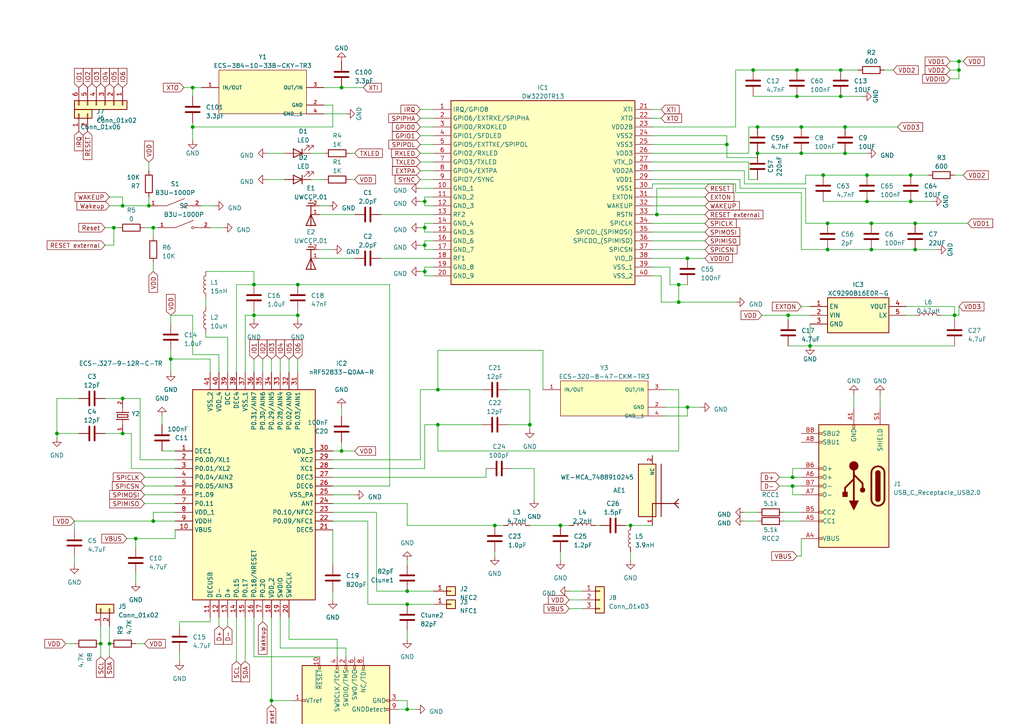
<source format=kicad_sch>
(kicad_sch (version 20230121) (generator eeschema)
  (paper "A4")
  (junction (at 252.73 64.77))
  (junction (at 240.03 72.39))
  (junction (at 123.19 78.74))
  (junction (at 251.46 50.8))
  (junction (at 231.14 20.32))
  (junction (at 99.06 25.4))
  (junction (at 218.44 20.32))
  (junction (at 44.45 151.13))
  (junction (at 35.56 115.57))
  (junction (at 199.39 74.93))
  (junction (at 245.11 44.45))
  (junction (at 265.43 64.77))
  (junction (at 234.95 100.33))
  (junction (at 43.18 59.69))
  (junction (at 35.56 125.73))
  (junction (at 229.87 138.43))
  (junction (at 231.14 27.94))
  (junction (at 243.84 20.32))
  (junction (at 252.73 72.39))
  (junction (at 245.11 36.83))
  (junction (at 118.11 175.26))
  (junction (at 143.51 152.4))
  (junction (at 99.06 130.81))
  (junction (at 264.16 58.42))
  (junction (at 196.85 82.55))
  (junction (at 123.19 71.12))
  (junction (at 55.88 36.83))
  (junction (at 118.11 205.74))
  (junction (at 210.82 41.91))
  (junction (at 162.56 152.4))
  (junction (at 31.75 186.69))
  (junction (at 251.46 58.42))
  (junction (at 35.56 59.69))
  (junction (at 86.36 82.55))
  (junction (at 190.5 62.23))
  (junction (at 199.39 118.11))
  (junction (at 219.71 44.45))
  (junction (at 29.21 186.69))
  (junction (at 265.43 72.39))
  (junction (at 153.67 123.19))
  (junction (at 33.02 66.04))
  (junction (at 240.03 64.77))
  (junction (at 78.74 203.2))
  (junction (at 278.13 20.32))
  (junction (at 243.84 27.94))
  (junction (at 276.86 91.44))
  (junction (at 55.88 25.4))
  (junction (at 16.51 125.73))
  (junction (at 127 123.19))
  (junction (at 39.37 156.21))
  (junction (at 229.87 140.97))
  (junction (at 86.36 91.44))
  (junction (at 264.16 50.8))
  (junction (at 127 113.03))
  (junction (at 73.66 82.55))
  (junction (at 238.76 50.8))
  (junction (at 228.6 91.44))
  (junction (at 232.41 36.83))
  (junction (at 278.13 17.78))
  (junction (at 196.85 87.63))
  (junction (at 73.66 91.44))
  (junction (at 123.19 58.42))
  (junction (at 123.19 66.04))
  (junction (at 219.71 36.83))
  (junction (at 49.53 104.14))
  (junction (at 182.88 152.4))
  (junction (at 44.45 66.04))
  (junction (at 118.11 171.45))
  (junction (at 232.41 44.45))
  (wire (pts (xy 228.6 100.33) (xy 234.95 100.33)))
  (wire (pts (xy 118.11 182.88) (xy 118.11 185.42)))
  (wire (pts (xy 191.77 80.01) (xy 191.77 87.63)))
  (wire (pts (xy 232.41 55.88) (xy 232.41 72.39)))
  (wire (pts (xy 229.87 140.97) (xy 229.87 143.51)))
  (wire (pts (xy 172.72 152.4) (xy 173.99 152.4)))
  (wire (pts (xy 121.92 36.83) (xy 125.73 36.83)))
  (wire (pts (xy 214.63 54.61) (xy 214.63 52.07)))
  (wire (pts (xy 125.73 72.39) (xy 123.19 72.39)))
  (wire (pts (xy 123.19 77.47) (xy 123.19 78.74)))
  (wire (pts (xy 21.59 151.13) (xy 21.59 153.67)))
  (wire (pts (xy 99.06 130.81) (xy 102.87 130.81)))
  (wire (pts (xy 191.77 87.63) (xy 196.85 87.63)))
  (wire (pts (xy 39.37 158.75) (xy 39.37 156.21)))
  (wire (pts (xy 121.92 41.91) (xy 125.73 41.91)))
  (wire (pts (xy 96.52 138.43) (xy 140.97 138.43)))
  (wire (pts (xy 115.57 203.2) (xy 118.11 203.2)))
  (wire (pts (xy 63.5 179.07) (xy 63.5 181.61)))
  (wire (pts (xy 153.67 113.03) (xy 153.67 123.19)))
  (wire (pts (xy 213.36 53.34) (xy 213.36 55.88)))
  (wire (pts (xy 125.73 80.01) (xy 123.19 80.01)))
  (wire (pts (xy 265.43 64.77) (xy 280.67 64.77)))
  (wire (pts (xy 78.74 203.2) (xy 85.09 203.2)))
  (wire (pts (xy 63.5 102.87) (xy 55.88 102.87)))
  (wire (pts (xy 81.28 104.14) (xy 81.28 107.95)))
  (wire (pts (xy 50.8 156.21) (xy 39.37 156.21)))
  (wire (pts (xy 100.33 187.96) (xy 100.33 190.5)))
  (wire (pts (xy 50.8 135.89) (xy 38.1 135.89)))
  (wire (pts (xy 199.39 120.65) (xy 199.39 118.11)))
  (wire (pts (xy 153.67 123.19) (xy 153.67 124.46)))
  (wire (pts (xy 196.85 130.81) (xy 127 130.81)))
  (wire (pts (xy 276.86 88.9) (xy 276.86 91.44)))
  (wire (pts (xy 232.41 36.83) (xy 245.11 36.83)))
  (wire (pts (xy 233.68 64.77) (xy 233.68 54.61)))
  (wire (pts (xy 153.67 152.4) (xy 162.56 152.4)))
  (wire (pts (xy 232.41 135.89) (xy 229.87 135.89)))
  (wire (pts (xy 232.41 143.51) (xy 229.87 143.51)))
  (wire (pts (xy 226.06 138.43) (xy 229.87 138.43)))
  (wire (pts (xy 31.75 186.69) (xy 31.75 190.5)))
  (wire (pts (xy 44.45 151.13) (xy 21.59 151.13)))
  (wire (pts (xy 217.17 52.07) (xy 219.71 52.07)))
  (wire (pts (xy 229.87 135.89) (xy 229.87 138.43)))
  (wire (pts (xy 49.53 91.44) (xy 49.53 93.98)))
  (wire (pts (xy 92.71 72.39) (xy 96.52 72.39)))
  (wire (pts (xy 125.73 57.15) (xy 123.19 57.15)))
  (wire (pts (xy 215.9 49.53) (xy 215.9 53.34)))
  (wire (pts (xy 44.45 66.04) (xy 44.45 68.58)))
  (wire (pts (xy 96.52 148.59) (xy 109.22 148.59)))
  (wire (pts (xy 214.63 52.07) (xy 189.23 52.07)))
  (wire (pts (xy 143.51 152.4) (xy 146.05 152.4)))
  (wire (pts (xy 30.48 125.73) (xy 35.56 125.73)))
  (wire (pts (xy 210.82 39.37) (xy 210.82 41.91)))
  (wire (pts (xy 97.79 185.42) (xy 83.82 185.42)))
  (wire (pts (xy 127 113.03) (xy 139.7 113.03)))
  (wire (pts (xy 68.58 107.95) (xy 68.58 82.55)))
  (wire (pts (xy 76.2 104.14) (xy 76.2 107.95)))
  (wire (pts (xy 43.18 59.69) (xy 43.18 57.15)))
  (wire (pts (xy 213.36 36.83) (xy 213.36 20.32)))
  (wire (pts (xy 121.92 44.45) (xy 125.73 44.45)))
  (wire (pts (xy 190.5 54.61) (xy 190.5 62.23)))
  (wire (pts (xy 46.99 120.65) (xy 46.99 123.19)))
  (wire (pts (xy 90.17 44.45) (xy 93.98 44.45)))
  (wire (pts (xy 162.56 152.4) (xy 165.1 152.4)))
  (wire (pts (xy 31.75 59.69) (xy 35.56 59.69)))
  (wire (pts (xy 147.32 113.03) (xy 153.67 113.03)))
  (wire (pts (xy 262.89 91.44) (xy 265.43 91.44)))
  (wire (pts (xy 213.36 55.88) (xy 232.41 55.88)))
  (wire (pts (xy 118.11 163.83) (xy 118.11 162.56)))
  (wire (pts (xy 33.02 71.12) (xy 33.02 66.04)))
  (wire (pts (xy 123.19 67.31) (xy 123.19 66.04)))
  (wire (pts (xy 227.33 148.59) (xy 232.41 148.59)))
  (wire (pts (xy 44.45 76.2) (xy 44.45 78.74)))
  (wire (pts (xy 190.5 62.23) (xy 204.47 62.23)))
  (wire (pts (xy 38.1 125.73) (xy 35.56 125.73)))
  (wire (pts (xy 110.49 74.93) (xy 125.73 74.93)))
  (wire (pts (xy 189.23 34.29) (xy 191.77 34.29)))
  (wire (pts (xy 99.06 118.11) (xy 99.06 120.65)))
  (wire (pts (xy 182.88 152.4) (xy 189.23 152.4)))
  (wire (pts (xy 96.52 30.48) (xy 93.98 30.48)))
  (wire (pts (xy 41.91 140.97) (xy 50.8 140.97)))
  (wire (pts (xy 19.05 186.69) (xy 21.59 186.69)))
  (wire (pts (xy 50.8 156.21) (xy 50.8 153.67)))
  (wire (pts (xy 226.06 140.97) (xy 229.87 140.97)))
  (wire (pts (xy 121.92 133.35) (xy 121.92 113.03)))
  (wire (pts (xy 127 101.6) (xy 127 113.03)))
  (wire (pts (xy 71.12 107.95) (xy 71.12 91.44)))
  (wire (pts (xy 30.48 66.04) (xy 33.02 66.04)))
  (wire (pts (xy 234.95 100.33) (xy 276.86 100.33)))
  (wire (pts (xy 181.61 152.4) (xy 182.88 152.4)))
  (wire (pts (xy 215.9 148.59) (xy 219.71 148.59)))
  (wire (pts (xy 121.92 49.53) (xy 125.73 49.53)))
  (wire (pts (xy 121.92 39.37) (xy 125.73 39.37)))
  (wire (pts (xy 232.41 88.9) (xy 234.95 88.9)))
  (wire (pts (xy 96.52 140.97) (xy 113.03 140.97)))
  (wire (pts (xy 189.23 31.75) (xy 191.77 31.75)))
  (wire (pts (xy 238.76 58.42) (xy 251.46 58.42)))
  (wire (pts (xy 233.68 53.34) (xy 233.68 50.8)))
  (wire (pts (xy 113.03 140.97) (xy 113.03 82.55)))
  (wire (pts (xy 189.23 62.23) (xy 190.5 62.23)))
  (wire (pts (xy 256.54 20.32) (xy 259.08 20.32)))
  (wire (pts (xy 121.92 54.61) (xy 125.73 54.61)))
  (wire (pts (xy 52.07 180.34) (xy 52.07 181.61)))
  (wire (pts (xy 106.68 151.13) (xy 106.68 175.26)))
  (wire (pts (xy 73.66 91.44) (xy 86.36 91.44)))
  (wire (pts (xy 55.88 91.44) (xy 49.53 91.44)))
  (wire (pts (xy 40.64 115.57) (xy 35.56 115.57)))
  (wire (pts (xy 96.52 36.83) (xy 55.88 36.83)))
  (wire (pts (xy 143.51 160.02) (xy 143.51 161.29)))
  (wire (pts (xy 243.84 20.32) (xy 248.92 20.32)))
  (wire (pts (xy 234.95 91.44) (xy 228.6 91.44)))
  (wire (pts (xy 83.82 185.42) (xy 83.82 179.07)))
  (wire (pts (xy 240.03 64.77) (xy 252.73 64.77)))
  (wire (pts (xy 215.9 151.13) (xy 219.71 151.13)))
  (wire (pts (xy 234.95 100.33) (xy 234.95 93.98)))
  (wire (pts (xy 240.03 72.39) (xy 252.73 72.39)))
  (wire (pts (xy 121.92 31.75) (xy 125.73 31.75)))
  (wire (pts (xy 16.51 115.57) (xy 16.51 125.73)))
  (wire (pts (xy 50.8 133.35) (xy 40.64 133.35)))
  (wire (pts (xy 123.19 59.69) (xy 123.19 58.42)))
  (wire (pts (xy 46.99 130.81) (xy 50.8 130.81)))
  (wire (pts (xy 81.28 179.07) (xy 81.28 187.96)))
  (wire (pts (xy 118.11 171.45) (xy 125.73 171.45)))
  (wire (pts (xy 73.66 179.07) (xy 73.66 190.5)))
  (wire (pts (xy 210.82 45.72) (xy 219.71 45.72)))
  (wire (pts (xy 96.52 153.67) (xy 96.52 163.83)))
  (wire (pts (xy 189.23 49.53) (xy 215.9 49.53)))
  (wire (pts (xy 86.36 90.17) (xy 86.36 91.44)))
  (wire (pts (xy 147.32 123.19) (xy 153.67 123.19)))
  (wire (pts (xy 60.96 180.34) (xy 52.07 180.34)))
  (wire (pts (xy 73.66 82.55) (xy 86.36 82.55)))
  (wire (pts (xy 39.37 156.21) (xy 36.83 156.21)))
  (wire (pts (xy 41.91 143.51) (xy 50.8 143.51)))
  (wire (pts (xy 189.23 41.91) (xy 210.82 41.91)))
  (wire (pts (xy 189.23 67.31) (xy 204.47 67.31)))
  (wire (pts (xy 217.17 36.83) (xy 219.71 36.83)))
  (wire (pts (xy 204.47 54.61) (xy 190.5 54.61)))
  (wire (pts (xy 245.11 36.83) (xy 260.35 36.83)))
  (wire (pts (xy 49.53 101.6) (xy 49.53 104.14)))
  (wire (pts (xy 55.88 25.4) (xy 58.42 25.4)))
  (wire (pts (xy 264.16 50.8) (xy 269.24 50.8)))
  (wire (pts (xy 123.19 66.04) (xy 121.92 66.04)))
  (wire (pts (xy 255.27 114.3) (xy 255.27 118.11)))
  (wire (pts (xy 96.52 151.13) (xy 106.68 151.13)))
  (wire (pts (xy 252.73 64.77) (xy 265.43 64.77)))
  (wire (pts (xy 118.11 203.2) (xy 118.11 205.74)))
  (wire (pts (xy 29.21 186.69) (xy 29.21 190.5)))
  (wire (pts (xy 220.98 91.44) (xy 228.6 91.44)))
  (wire (pts (xy 109.22 148.59) (xy 109.22 171.45)))
  (wire (pts (xy 121.92 52.07) (xy 125.73 52.07)))
  (wire (pts (xy 21.59 161.29) (xy 21.59 163.83)))
  (wire (pts (xy 157.48 113.03) (xy 157.48 101.6)))
  (wire (pts (xy 189.23 72.39) (xy 204.47 72.39)))
  (wire (pts (xy 83.82 104.14) (xy 83.82 107.95)))
  (wire (pts (xy 275.59 17.78) (xy 278.13 17.78)))
  (wire (pts (xy 189.23 59.69) (xy 204.47 59.69)))
  (wire (pts (xy 35.56 57.15) (xy 35.56 59.69)))
  (wire (pts (xy 219.71 45.72) (xy 219.71 44.45)))
  (wire (pts (xy 232.41 72.39) (xy 240.03 72.39)))
  (wire (pts (xy 73.66 90.17) (xy 73.66 91.44)))
  (wire (pts (xy 86.36 91.44) (xy 86.36 92.71)))
  (wire (pts (xy 66.04 107.95) (xy 66.04 97.79)))
  (wire (pts (xy 96.52 133.35) (xy 121.92 133.35)))
  (wire (pts (xy 110.49 62.23) (xy 125.73 62.23)))
  (wire (pts (xy 231.14 20.32) (xy 243.84 20.32)))
  (wire (pts (xy 157.48 101.6) (xy 127 101.6)))
  (wire (pts (xy 29.21 181.61) (xy 29.21 186.69)))
  (wire (pts (xy 73.66 190.5) (xy 92.71 190.5)))
  (wire (pts (xy 77.47 52.07) (xy 82.55 52.07)))
  (wire (pts (xy 228.6 91.44) (xy 228.6 92.71)))
  (wire (pts (xy 232.41 140.97) (xy 229.87 140.97)))
  (wire (pts (xy 55.88 36.83) (xy 55.88 35.56)))
  (wire (pts (xy 247.65 114.3) (xy 247.65 118.11)))
  (wire (pts (xy 55.88 102.87) (xy 55.88 91.44)))
  (wire (pts (xy 231.14 161.29) (xy 232.41 161.29)))
  (wire (pts (xy 73.66 104.14) (xy 73.66 107.95)))
  (wire (pts (xy 218.44 27.94) (xy 231.14 27.94)))
  (wire (pts (xy 66.04 97.79) (xy 59.69 97.79)))
  (wire (pts (xy 276.86 50.8) (xy 279.4 50.8)))
  (wire (pts (xy 275.59 20.32) (xy 278.13 20.32)))
  (wire (pts (xy 213.36 20.32) (xy 218.44 20.32)))
  (wire (pts (xy 276.86 91.44) (xy 278.13 91.44)))
  (wire (pts (xy 96.52 130.81) (xy 99.06 130.81)))
  (wire (pts (xy 113.03 82.55) (xy 86.36 82.55)))
  (wire (pts (xy 86.36 104.14) (xy 86.36 107.95)))
  (wire (pts (xy 44.45 66.04) (xy 45.72 66.04)))
  (wire (pts (xy 121.92 113.03) (xy 127 113.03)))
  (wire (pts (xy 125.73 59.69) (xy 123.19 59.69)))
  (wire (pts (xy 238.76 50.8) (xy 251.46 50.8)))
  (wire (pts (xy 245.11 44.45) (xy 251.46 44.45)))
  (wire (pts (xy 193.04 120.65) (xy 199.39 120.65)))
  (wire (pts (xy 78.74 104.14) (xy 78.74 107.95)))
  (wire (pts (xy 199.39 74.93) (xy 204.47 74.93)))
  (wire (pts (xy 59.69 97.79) (xy 59.69 96.52)))
  (wire (pts (xy 232.41 161.29) (xy 232.41 156.21)))
  (wire (pts (xy 59.69 86.36) (xy 59.69 88.9)))
  (wire (pts (xy 81.28 187.96) (xy 100.33 187.96)))
  (wire (pts (xy 123.19 123.19) (xy 127 123.19)))
  (wire (pts (xy 39.37 186.69) (xy 41.91 186.69)))
  (wire (pts (xy 73.66 91.44) (xy 73.66 92.71)))
  (wire (pts (xy 49.53 104.14) (xy 49.53 107.95)))
  (wire (pts (xy 22.86 115.57) (xy 16.51 115.57)))
  (wire (pts (xy 189.23 54.61) (xy 189.23 53.34)))
  (wire (pts (xy 50.8 148.59) (xy 44.45 148.59)))
  (wire (pts (xy 215.9 53.34) (xy 233.68 53.34)))
  (wire (pts (xy 41.91 146.05) (xy 50.8 146.05)))
  (wire (pts (xy 60.96 66.04) (xy 64.77 66.04)))
  (wire (pts (xy 90.17 52.07) (xy 93.98 52.07)))
  (wire (pts (xy 93.98 25.4) (xy 99.06 25.4)))
  (wire (pts (xy 68.58 82.55) (xy 73.66 82.55)))
  (wire (pts (xy 219.71 36.83) (xy 232.41 36.83)))
  (wire (pts (xy 118.11 146.05) (xy 118.11 152.4)))
  (wire (pts (xy 41.91 66.04) (xy 44.45 66.04)))
  (wire (pts (xy 251.46 58.42) (xy 264.16 58.42)))
  (wire (pts (xy 127 130.81) (xy 127 123.19)))
  (wire (pts (xy 165.1 173.99) (xy 168.91 173.99)))
  (wire (pts (xy 118.11 152.4) (xy 143.51 152.4)))
  (wire (pts (xy 210.82 41.91) (xy 210.82 45.72)))
  (wire (pts (xy 165.1 176.53) (xy 168.91 176.53)))
  (wire (pts (xy 189.23 77.47) (xy 194.31 77.47)))
  (wire (pts (xy 31.75 57.15) (xy 35.56 57.15)))
  (wire (pts (xy 106.68 175.26) (xy 118.11 175.26)))
  (wire (pts (xy 59.69 78.74) (xy 73.66 78.74)))
  (wire (pts (xy 41.91 138.43) (xy 50.8 138.43)))
  (wire (pts (xy 217.17 46.99) (xy 217.17 52.07)))
  (wire (pts (xy 125.73 67.31) (xy 123.19 67.31)))
  (wire (pts (xy 121.92 46.99) (xy 125.73 46.99)))
  (wire (pts (xy 196.85 113.03) (xy 196.85 130.81)))
  (wire (pts (xy 148.59 135.89) (xy 154.94 135.89)))
  (wire (pts (xy 233.68 50.8) (xy 238.76 50.8)))
  (wire (pts (xy 63.5 107.95) (xy 63.5 102.87)))
  (wire (pts (xy 165.1 171.45) (xy 168.91 171.45)))
  (wire (pts (xy 123.19 69.85) (xy 123.19 71.12)))
  (wire (pts (xy 262.89 88.9) (xy 276.86 88.9)))
  (wire (pts (xy 60.96 107.95) (xy 60.96 104.14)))
  (wire (pts (xy 189.23 74.93) (xy 199.39 74.93)))
  (wire (pts (xy 31.75 181.61) (xy 31.75 186.69)))
  (wire (pts (xy 16.51 125.73) (xy 16.51 127)))
  (wire (pts (xy 78.74 179.07) (xy 78.74 203.2)))
  (wire (pts (xy 96.52 143.51) (xy 102.87 143.51)))
  (wire (pts (xy 196.85 82.55) (xy 199.39 82.55)))
  (wire (pts (xy 264.16 58.42) (xy 270.51 58.42)))
  (wire (pts (xy 123.19 135.89) (xy 123.19 123.19)))
  (wire (pts (xy 66.04 179.07) (xy 66.04 181.61)))
  (wire (pts (xy 276.86 91.44) (xy 276.86 92.71)))
  (wire (pts (xy 189.23 57.15) (xy 204.47 57.15)))
  (wire (pts (xy 101.6 44.45) (xy 102.87 44.45)))
  (wire (pts (xy 101.6 52.07) (xy 102.87 52.07)))
  (wire (pts (xy 92.71 74.93) (xy 102.87 74.93)))
  (wire (pts (xy 96.52 30.48) (xy 96.52 36.83)))
  (wire (pts (xy 50.8 151.13) (xy 44.45 151.13)))
  (wire (pts (xy 118.11 205.74) (xy 120.65 205.74)))
  (wire (pts (xy 53.34 25.4) (xy 55.88 25.4)))
  (wire (pts (xy 58.42 59.69) (xy 62.23 59.69)))
  (wire (pts (xy 99.06 25.4) (xy 105.41 25.4)))
  (wire (pts (xy 189.23 44.45) (xy 217.17 44.45)))
  (wire (pts (xy 71.12 179.07) (xy 71.12 191.77)))
  (wire (pts (xy 115.57 205.74) (xy 118.11 205.74)))
  (wire (pts (xy 189.23 53.34) (xy 213.36 53.34)))
  (wire (pts (xy 199.39 118.11) (xy 203.2 118.11)))
  (wire (pts (xy 233.68 54.61) (xy 214.63 54.61)))
  (wire (pts (xy 55.88 36.83) (xy 55.88 40.64)))
  (wire (pts (xy 219.71 44.45) (xy 232.41 44.45)))
  (wire (pts (xy 76.2 179.07) (xy 76.2 180.34)))
  (wire (pts (xy 77.47 44.45) (xy 82.55 44.45)))
  (wire (pts (xy 265.43 72.39) (xy 271.78 72.39)))
  (wire (pts (xy 275.59 22.86) (xy 278.13 22.86)))
  (wire (pts (xy 218.44 20.32) (xy 231.14 20.32)))
  (wire (pts (xy 40.64 133.35) (xy 40.64 115.57)))
  (wire (pts (xy 231.14 27.94) (xy 243.84 27.94)))
  (wire (pts (xy 232.41 44.45) (xy 245.11 44.45)))
  (wire (pts (xy 233.68 64.77) (xy 240.03 64.77)))
  (wire (pts (xy 123.19 71.12) (xy 121.92 71.12)))
  (wire (pts (xy 30.48 71.12) (xy 33.02 71.12)))
  (wire (pts (xy 278.13 91.44) (xy 278.13 88.9)))
  (wire (pts (xy 278.13 17.78) (xy 279.4 17.78)))
  (wire (pts (xy 194.31 82.55) (xy 196.85 82.55)))
  (wire (pts (xy 193.04 118.11) (xy 199.39 118.11)))
  (wire (pts (xy 243.84 27.94) (xy 250.19 27.94)))
  (wire (pts (xy 35.56 59.69) (xy 43.18 59.69)))
  (wire (pts (xy 125.73 64.77) (xy 123.19 64.77)))
  (wire (pts (xy 251.46 50.8) (xy 264.16 50.8)))
  (wire (pts (xy 232.41 138.43) (xy 229.87 138.43)))
  (wire (pts (xy 121.92 34.29) (xy 125.73 34.29)))
  (wire (pts (xy 43.18 49.53) (xy 43.18 46.99)))
  (wire (pts (xy 273.05 91.44) (xy 276.86 91.44)))
  (wire (pts (xy 162.56 160.02) (xy 162.56 162.56)))
  (wire (pts (xy 196.85 82.55) (xy 196.85 87.63)))
  (wire (pts (xy 22.86 125.73) (xy 16.51 125.73)))
  (wire (pts (xy 92.71 59.69) (xy 95.25 59.69)))
  (wire (pts (xy 71.12 91.44) (xy 73.66 91.44)))
  (wire (pts (xy 92.71 62.23) (xy 102.87 62.23)))
  (wire (pts (xy 60.96 104.14) (xy 49.53 104.14)))
  (wire (pts (xy 125.73 69.85) (xy 123.19 69.85)))
  (wire (pts (xy 194.31 77.47) (xy 194.31 82.55)))
  (wire (pts (xy 193.04 113.03) (xy 196.85 113.03)))
  (wire (pts (xy 189.23 36.83) (xy 213.36 36.83)))
  (wire (pts (xy 189.23 69.85) (xy 204.47 69.85)))
  (wire (pts (xy 99.06 128.27) (xy 99.06 130.81)))
  (wire (pts (xy 123.19 72.39) (xy 123.19 71.12)))
  (wire (pts (xy 96.52 171.45) (xy 96.52 173.99)))
  (wire (pts (xy 123.19 78.74) (xy 121.92 78.74)))
  (wire (pts (xy 196.85 87.63) (xy 213.36 87.63)))
  (wire (pts (xy 123.19 80.01) (xy 123.19 78.74)))
  (wire (pts (xy 97.79 190.5) (xy 97.79 185.42)))
  (wire (pts (xy 33.02 66.04) (xy 34.29 66.04)))
  (wire (pts (xy 125.73 77.47) (xy 123.19 77.47)))
  (wire (pts (xy 109.22 171.45) (xy 118.11 171.45)))
  (wire (pts (xy 182.88 160.02) (xy 182.88 162.56)))
  (wire (pts (xy 278.13 22.86) (xy 278.13 20.32)))
  (wire (pts (xy 189.23 39.37) (xy 210.82 39.37)))
  (wire (pts (xy 189.23 46.99) (xy 217.17 46.99)))
  (wire (pts (xy 78.74 203.2) (xy 78.74 204.47)))
  (wire (pts (xy 154.94 135.89) (xy 154.94 144.78)))
  (wire (pts (xy 123.19 58.42) (xy 121.92 58.42)))
  (wire (pts (xy 60.96 179.07) (xy 60.96 180.34)))
  (wire (pts (xy 55.88 25.4) (xy 55.88 27.94)))
  (wire (pts (xy 93.98 33.02) (xy 100.33 33.02)))
  (wire (pts (xy 73.66 78.74) (xy 73.66 82.55)))
  (wire (pts (xy 68.58 179.07) (xy 68.58 191.77)))
  (wire (pts (xy 118.11 175.26) (xy 125.73 175.26)))
  (wire (pts (xy 30.48 115.57) (xy 35.56 115.57)))
  (wire (pts (xy 189.23 80.01) (xy 191.77 80.01)))
  (wire (pts (xy 217.17 44.45) (xy 217.17 36.83)))
  (wire (pts (xy 96.52 146.05) (xy 118.11 146.05)))
  (wire (pts (xy 123.19 57.15) (xy 123.19 58.42)))
  (wire (pts (xy 123.19 64.77) (xy 123.19 66.04)))
  (wire (pts (xy 227.33 151.13) (xy 232.41 151.13)))
  (wire (pts (xy 96.52 135.89) (xy 123.19 135.89)))
  (wire (pts (xy 52.07 189.23) (xy 52.07 191.77)))
  (wire (pts (xy 127 123.19) (xy 139.7 123.19)))
  (wire (pts (xy 278.13 20.32) (xy 278.13 17.78)))
  (wire (pts (xy 252.73 72.39) (xy 265.43 72.39)))
  (wire (pts (xy 38.1 135.89) (xy 38.1 125.73)))
  (wire (pts (xy 140.97 138.43) (xy 140.97 135.89)))
  (wire (pts (xy 39.37 166.37) (xy 39.37 168.91)))
  (wire (pts (xy 44.45 148.59) (xy 44.45 151.13)))
  (wire (pts (xy 189.23 64.77) (xy 204.47 64.77)))
  (global_label "SPICLK" (shape input) (at 204.47 64.77 0) (property "Intersheetrefs" "${INTERSHEET_REFS}" (effects hide)))
  (global_label "VDD1" (shape input) (at 280.67 64.77 0) (property "Intersheetrefs" "${INTERSHEET_REFS}" (effects hide)))
  (global_label "D+" (shape input) (at 226.06 138.43 180) (property "Intersheetrefs" "${INTERSHEET_REFS}" (effects hide)))
  (global_label "D+" (shape input) (at 63.5 181.61 270) (property "Intersheetrefs" "${INTERSHEET_REFS}" (effects hide)))
  (global_label "IO6" (shape input) (at 86.36 104.14 90) (property "Intersheetrefs" "${INTERSHEET_REFS}" (effects hide)))
  (global_label "VDDIO" (shape input) (at 204.47 74.93 0) (property "Intersheetrefs" "${INTERSHEET_REFS}" (effects hide)))
  (global_label "IO3" (shape input) (at 27.94 25.4 90) (property "Intersheetrefs" "${INTERSHEET_REFS}" (effects hide)))
  (global_label "IO6" (shape input) (at 35.56 25.4 90) (property "Intersheetrefs" "${INTERSHEET_REFS}" (effects hide)))
  (global_label "VBUS" (shape input) (at 36.83 156.21 180) (property "Intersheetrefs" "${INTERSHEET_REFS}" (effects hide)))
  (global_label "Reset" (shape input) (at 78.74 204.47 270) (property "Intersheetrefs" "${INTERSHEET_REFS}" (effects hide)))
  (global_label "Wakeup" (shape input) (at 76.2 180.34 270) (property "Intersheetrefs" "${INTERSHEET_REFS}" (effects hide)))
  (global_label "VDD" (shape input) (at 41.91 186.69 0) (property "Intersheetrefs" "${INTERSHEET_REFS}" (effects hide)))
  (global_label "SPIMISO" (shape input) (at 41.91 146.05 180) (property "Intersheetrefs" "${INTERSHEET_REFS}" (effects hide)))
  (global_label "VDD2" (shape input) (at 279.4 50.8 0) (property "Intersheetrefs" "${INTERSHEET_REFS}" (effects hide)))
  (global_label "SPIPOL" (shape input) (at 121.92 41.91 180) (property "Intersheetrefs" "${INTERSHEET_REFS}" (effects hide)))
  (global_label "VDD2" (shape input) (at 275.59 20.32 180) (property "Intersheetrefs" "${INTERSHEET_REFS}" (effects hide)))
  (global_label "Wakeup" (shape input) (at 31.75 59.69 180) (property "Intersheetrefs" "${INTERSHEET_REFS}" (effects hide)))
  (global_label "VDD3" (shape input) (at 260.35 36.83 0) (property "Intersheetrefs" "${INTERSHEET_REFS}" (effects hide)))
  (global_label "D-" (shape input) (at 226.06 140.97 180) (property "Intersheetrefs" "${INTERSHEET_REFS}" (effects hide)))
  (global_label "RESET" (shape input) (at 25.4 38.1 270) (property "Intersheetrefs" "${INTERSHEET_REFS}" (effects hide)))
  (global_label "IO5" (shape input) (at 83.82 104.14 90) (property "Intersheetrefs" "${INTERSHEET_REFS}" (effects hide)))
  (global_label "IO5" (shape input) (at 33.02 25.4 90) (property "Intersheetrefs" "${INTERSHEET_REFS}" (effects hide)))
  (global_label "IO2" (shape input) (at 25.4 25.4 90) (property "Intersheetrefs" "${INTERSHEET_REFS}" (effects hide)))
  (global_label "IO4" (shape input) (at 30.48 25.4 90) (property "Intersheetrefs" "${INTERSHEET_REFS}" (effects hide)))
  (global_label "VDD" (shape input) (at 43.18 46.99 90) (property "Intersheetrefs" "${INTERSHEET_REFS}" (effects hide)))
  (global_label "IO2" (shape input) (at 76.2 104.14 90) (property "Intersheetrefs" "${INTERSHEET_REFS}" (effects hide)))
  (global_label "WAKEUP" (shape input) (at 204.47 59.69 0) (property "Intersheetrefs" "${INTERSHEET_REFS}" (effects hide)))
  (global_label "SPICSN" (shape input) (at 204.47 72.39 0) (property "Intersheetrefs" "${INTERSHEET_REFS}" (effects hide)))
  (global_label "TXLED" (shape input) (at 102.87 44.45 0) (property "Intersheetrefs" "${INTERSHEET_REFS}" (effects hide)))
  (global_label "D-" (shape input) (at 66.04 181.61 270) (property "Intersheetrefs" "${INTERSHEET_REFS}" (effects hide)))
  (global_label "VDD" (shape input) (at 165.1 173.99 180) (property "Intersheetrefs" "${INTERSHEET_REFS}" (effects hide)))
  (global_label "RESET external" (shape input) (at 204.47 62.23 0) (property "Intersheetrefs" "${INTERSHEET_REFS}" (effects hide)))
  (global_label "VDDIO" (shape input) (at 275.59 22.86 180) (property "Intersheetrefs" "${INTERSHEET_REFS}" (effects hide)))
  (global_label "VBUS" (shape input) (at 165.1 176.53 180) (property "Intersheetrefs" "${INTERSHEET_REFS}" (effects hide)))
  (global_label "TXLED" (shape input) (at 121.92 46.99 180) (property "Intersheetrefs" "${INTERSHEET_REFS}" (effects hide)))
  (global_label "SPIPHA" (shape input) (at 121.92 34.29 180) (property "Intersheetrefs" "${INTERSHEET_REFS}" (effects hide)))
  (global_label "IO3" (shape input) (at 78.74 104.14 90) (property "Intersheetrefs" "${INTERSHEET_REFS}" (effects hide)))
  (global_label "IO4" (shape input) (at 81.28 104.14 90) (property "Intersheetrefs" "${INTERSHEET_REFS}" (effects hide)))
  (global_label "XTO" (shape input) (at 53.34 25.4 180) (property "Intersheetrefs" "${INTERSHEET_REFS}" (effects hide)))
  (global_label "VDD2" (shape input) (at 259.08 20.32 0) (property "Intersheetrefs" "${INTERSHEET_REFS}" (effects hide)))
  (global_label "VDD" (shape input) (at 21.59 151.13 180) (property "Intersheetrefs" "${INTERSHEET_REFS}" (effects hide)))
  (global_label "VDD" (shape input) (at 102.87 52.07 0) (property "Intersheetrefs" "${INTERSHEET_REFS}" (effects hide)))
  (global_label "VDD3" (shape input) (at 278.13 88.9 0) (property "Intersheetrefs" "${INTERSHEET_REFS}" (effects hide)))
  (global_label "EXTON" (shape input) (at 232.41 88.9 180) (property "Intersheetrefs" "${INTERSHEET_REFS}" (effects hide)))
  (global_label "SPICLK" (shape input) (at 41.91 138.43 180) (property "Intersheetrefs" "${INTERSHEET_REFS}" (effects hide)))
  (global_label "SYNC" (shape input) (at 121.92 52.07 180) (property "Intersheetrefs" "${INTERSHEET_REFS}" (effects hide)))
  (global_label "RESET external" (shape input) (at 30.48 71.12 180) (property "Intersheetrefs" "${INTERSHEET_REFS}" (effects hide)))
  (global_label "EXTPA" (shape input) (at 121.92 49.53 180) (property "Intersheetrefs" "${INTERSHEET_REFS}" (effects hide)))
  (global_label "VDD" (shape input) (at 44.45 78.74 270) (property "Intersheetrefs" "${INTERSHEET_REFS}" (effects hide)))
  (global_label "IO1" (shape input) (at 73.66 104.14 90) (property "Intersheetrefs" "${INTERSHEET_REFS}" (effects hide)))
  (global_label "GPIO1" (shape input) (at 121.92 39.37 180) (property "Intersheetrefs" "${INTERSHEET_REFS}" (effects hide)))
  (global_label "IRQ" (shape input) (at 22.86 38.1 270) (property "Intersheetrefs" "${INTERSHEET_REFS}" (effects hide)))
  (global_label "VDD1" (shape input) (at 275.59 17.78 180) (property "Intersheetrefs" "${INTERSHEET_REFS}" (effects hide)))
  (global_label "XTO" (shape input) (at 191.77 34.29 0) (property "Intersheetrefs" "${INTERSHEET_REFS}" (effects hide)))
  (global_label "SDA" (shape input) (at 71.12 191.77 270) (property "Intersheetrefs" "${INTERSHEET_REFS}" (effects hide)))
  (global_label "VDD" (shape input) (at 49.53 91.44 90) (property "Intersheetrefs" "${INTERSHEET_REFS}" (effects hide)))
  (global_label "SPIMOSI" (shape input) (at 41.91 143.51 180) (property "Intersheetrefs" "${INTERSHEET_REFS}" (effects hide)))
  (global_label "GPIO0" (shape input) (at 121.92 36.83 180) (property "Intersheetrefs" "${INTERSHEET_REFS}" (effects hide)))
  (global_label "XTI" (shape input) (at 191.77 31.75 0) (property "Intersheetrefs" "${INTERSHEET_REFS}" (effects hide)))
  (global_label "SPIMISO" (shape input) (at 204.47 69.85 0) (property "Intersheetrefs" "${INTERSHEET_REFS}" (effects hide)))
  (global_label "SPICSN" (shape input) (at 41.91 140.97 180) (property "Intersheetrefs" "${INTERSHEET_REFS}" (effects hide)))
  (global_label "SPIMOSI" (shape input) (at 204.47 67.31 0) (property "Intersheetrefs" "${INTERSHEET_REFS}" (effects hide)))
  (global_label "RXLED" (shape input) (at 121.92 44.45 180) (property "Intersheetrefs" "${INTERSHEET_REFS}" (effects hide)))
  (global_label "SCL" (shape input) (at 29.21 190.5 270) (property "Intersheetrefs" "${INTERSHEET_REFS}" (effects hide)))
  (global_label "Reset" (shape input) (at 30.48 66.04 180) (property "Intersheetrefs" "${INTERSHEET_REFS}" (effects hide)))
  (global_label "RESET" (shape input) (at 204.47 54.61 0) (property "Intersheetrefs" "${INTERSHEET_REFS}" (effects hide)))
  (global_label "SDA" (shape input) (at 31.75 190.5 270) (property "Intersheetrefs" "${INTERSHEET_REFS}" (effects hide)))
  (global_label "VDD" (shape input) (at 102.87 130.81 0) (property "Intersheetrefs" "${INTERSHEET_REFS}" (effects hide)))
  (global_label "VDD" (shape input) (at 19.05 186.69 180) (property "Intersheetrefs" "${INTERSHEET_REFS}" (effects hide)))
  (global_label "WAKEUP" (shape input) (at 31.75 57.15 180) (property "Intersheetrefs" "${INTERSHEET_REFS}" (effects hide)))
  (global_label "IRQ" (shape input) (at 121.92 31.75 180) (property "Intersheetrefs" "${INTERSHEET_REFS}" (effects hide)))
  (global_label "XTI" (shape input) (at 105.41 25.4 0) (property "Intersheetrefs" "${INTERSHEET_REFS}" (effects hide)))
  (global_label "IO1" (shape input) (at 22.86 25.4 90) (property "Intersheetrefs" "${INTERSHEET_REFS}" (effects hide)))
  (global_label "VBUS" (shape input) (at 231.14 161.29 180) (property "Intersheetrefs" "${INTERSHEET_REFS}" (effects hide)))
  (global_label "VDD" (shape input) (at 220.98 91.44 180) (property "Intersheetrefs" "${INTERSHEET_REFS}" (effects hide)))
  (global_label "EXTON" (shape input) (at 204.47 57.15 0) (property "Intersheetrefs" "${INTERSHEET_REFS}" (effects hide)))
  (global_label "SCL" (shape input) (at 68.58 191.77 270) (property "Intersheetrefs" "${INTERSHEET_REFS}" (effects hide)))
  (global_label "VDD" (shape input) (at 279.4 17.78 0) (property "Intersheetrefs" "${INTERSHEET_REFS}" (effects hide)))
  (symbol (lib_id "Device:C") (at 265.43 68.58 180) (unit 1)
    (property "Reference" "C7" (at 269.24 67.945 0) (effects (justify right)))
    (property "Value" "22UF" (at 269.24 70.485 0) (effects (justify right)))
    (property "Footprint" "Capacitor_SMD:C_0603_1608Metric" (effects hide))
  )
  (symbol (lib_id "power:GND") (at 95.25 59.69 90) (unit 1)
    (property "Reference" "#PWR015" (effects hide))
    (property "Value" "GND" (at 99.06 60.325 90) (effects (justify right)))
  )
  (symbol (lib_id "Device:C") (at 118.11 179.07 0) (unit 1)
    (property "Reference" "Ctune2" (at 121.92 178.435 0) (effects (justify left)))
    (property "Value" "82pF" (at 121.92 180.975 0) (effects (justify left)))
    (property "Footprint" "Capacitor_SMD:C_0603_1608Metric" (effects hide))
  )
  (symbol (lib_id "Device:LED") (at 86.36 52.07 180) (unit 1)
    (property "Reference" "D2" (at 87.9475 45.72 0))
    (property "Value" "LED" (at 87.9475 48.26 0))
    (property "Footprint" "LED_SMD:LED_0603_1608Metric" (effects hide))
  )
  (symbol (lib_id "power:GND") (at 121.92 54.61 270) (unit 1)
    (property "Reference" "#PWR05" (effects hide))
    (property "Value" "GND" (at 118.11 55.245 90) (effects (justify right)))
  )
  (symbol (lib_id "Device:R") (at 252.73 20.32 90) (unit 1)
    (property "Reference" "R2" (at 252.73 15.24 90))
    (property "Value" "600" (at 252.73 17.78 90))
    (property "Footprint" "Resistor_SMD:R_0603_1608Metric_Pad0.98x0.95mm_HandSolder" (effects hide))
  )
  (symbol (lib_id "Antenna UWCCP01:UWCCP.01") (at 90.17 62.23 180) (unit 1)
    (property "Reference" "E1" (at 90.17 54.61 0))
    (property "Value" "UWCCP.01" (at 90.17 57.15 0))
    (property "Footprint" "TESIS:ANTENNA_UWCCP.01" (effects hide))
    (property "MF" "Taoglas Limited" (effects hide))
    (property "Description" "\n                        \n                            6.49GHz UWB Chip RF Antenna 6.24GHz ~ 6.74GHz 6.5dBi Solder Surface Mount\n                        \n" (effects hide))
    (property "Package" "Package" (effects hide))
    (property "Price" "None" (effects hide))
    (property "Check_prices" "https://www.snapeda.com/parts/UWCCP.01/Taoglas/view-part/?ref=eda" (effects hide))
    (property "STANDARD" "Manufacturer Recommendations" (effects hide))
    (property "PARTREV" "SPE-17-8-057/AZ" (effects hide))
    (property "SnapEDA_Link" "https://www.snapeda.com/parts/UWCCP.01/Taoglas/view-part/?ref=snap" (effects hide))
    (property "MP" "UWCCP.01" (effects hide))
    (property "MAXIMUM_PACKAGE_EHIGHT" "2.7 mm" (effects hide))
    (property "Availability" "In Stock" (effects hide))
    (property "MANUFACTURER" "taoglas" (effects hide))
  )
  (symbol (lib_id "Device:C") (at 143.51 123.19 90) (unit 1)
    (property "Reference" "C22" (at 143.51 116.84 90))
    (property "Value" "12pF" (at 143.51 119.38 90))
    (property "Footprint" "Capacitor_SMD:C_0603_1608Metric" (effects hide))
  )
  (symbol (lib_id "B3U-1000P:B3U-1000P") (at 50.8 59.69 0) (unit 1)
    (property "Reference" "S1" (at 50.8 53.34 0))
    (property "Value" "B3U-1000P" (at 50.8 55.88 0))
    (property "Footprint" "TESIS:SW_B3U-1000P" (effects hide))
    (property "MF" "Omron" (effects hide))
    (property "DESCRIPTION" "Tactile Switch SPST-NO Top Actuated Surface Mount" (effects hide))
    (property "PACKAGE" "None" (effects hide))
    (property "PRICE" "None" (effects hide))
    (property "Package" "Custom Package Omron" (effects hide))
    (property "Check_prices" "https://www.snapeda.com/parts/B3U-1000P/Omron/view-part/?ref=eda" (effects hide))
    (property "Price" "None" (effects hide))
    (property "SnapEDA_Link" "https://www.snapeda.com/parts/B3U-1000P/Omron/view-part/?ref=snap" (effects hide))
    (property "MP" "B3U-1000P" (effects hide))
    (property "Availability" "In Stock" (effects hide))
    (property "AVAILABILITY" "Unavailable" (effects hide))
    (property "Description" "\n                        \n                            SWITCH;TACTILE,TOP ACTUATED,TACTILE & JOG SWITCHES W/O BOSS W/O GROUND | Omron Electronic Components B3U-1000P\n                        \n" (effects hide))
  )
  (symbol (lib_id "power:GND") (at 153.67 124.46 0) (unit 1)
    (property "Reference" "#PWR031" (effects hide))
    (property "Value" "GND" (at 153.67 129.54 0))
  )
  (symbol (lib_id "Device:C") (at 39.37 162.56 0) (unit 1)
    (property "Reference" "C10" (at 43.18 161.925 0) (effects (justify left)))
    (property "Value" "4.7uF" (at 43.18 164.465 0) (effects (justify left)))
    (property "Footprint" "Capacitor_SMD:C_0603_1608Metric" (effects hide))
  )
  (symbol (lib_id "power:GND") (at 271.78 72.39 90) (unit 1)
    (property "Reference" "#PWR010" (effects hide))
    (property "Value" "GND" (at 275.59 72.39 0))
  )
  (symbol (lib_id "Device:L") (at 182.88 156.21 180) (unit 1)
    (property "Reference" "L5" (at 184.15 155.575 0) (effects (justify right)))
    (property "Value" "3.9nH" (at 184.15 158.115 0) (effects (justify right)))
    (property "Footprint" "Inductor_SMD:L_0201_0603Metric" (effects hide))
  )
  (symbol (lib_id "Device:C") (at 143.51 156.21 0) (unit 1)
    (property "Reference" "C23" (at 147.32 155.575 0) (effects (justify left)))
    (property "Value" "1.0pF" (at 147.32 158.115 0) (effects (justify left)))
    (property "Footprint" "Capacitor_SMD:C_0201_0603Metric_Pad0.64x0.40mm_HandSolder" (effects hide))
  )
  (symbol (lib_id "Device:R") (at 97.79 52.07 90) (unit 1)
    (property "Reference" "R1" (at 97.79 46.99 90))
    (property "Value" "1K" (at 97.79 49.53 90))
    (property "Footprint" "Resistor_SMD:R_0603_1608Metric_Pad0.98x0.95mm_HandSolder" (effects hide))
  )
  (symbol (lib_id "power:GND") (at 182.88 162.56 0) (unit 1)
    (property "Reference" "#PWR039" (effects hide))
    (property "Value" "GND" (at 182.88 167.64 0))
  )
  (symbol (lib_id "Device:C") (at 177.8 152.4 270) (unit 1)
    (property "Reference" "C26" (at 177.8 146.05 90))
    (property "Value" "1.5pF" (at 177.8 148.59 90))
    (property "Footprint" "Capacitor_SMD:C_0201_0603Metric_Pad0.64x0.40mm_HandSolder" (effects hide))
  )
  (symbol (lib_id "power:GND") (at 247.65 114.3 180) (unit 1)
    (property "Reference" "#PWR037" (effects hide))
    (property "Value" "GND" (at 247.65 110.49 0))
  )
  (symbol (lib_id "Antenna UWCCP01:UWCCP.01") (at 90.17 74.93 180) (unit 1)
    (property "Reference" "E2" (at 90.17 67.31 0))
    (property "Value" "UWCCP.01" (at 90.17 69.85 0))
    (property "Footprint" "TESIS:ANTENNA_UWCCP.01" (effects hide))
    (property "MF" "Taoglas Limited" (effects hide))
    (property "Description" "\n                        \n                            6.49GHz UWB Chip RF Antenna 6.24GHz ~ 6.74GHz 6.5dBi Solder Surface Mount\n                        \n" (effects hide))
    (property "Package" "Package" (effects hide))
    (property "Price" "None" (effects hide))
    (property "Check_prices" "https://www.snapeda.com/parts/UWCCP.01/Taoglas/view-part/?ref=eda" (effects hide))
    (property "STANDARD" "Manufacturer Recommendations" (effects hide))
    (property "PARTREV" "SPE-17-8-057/AZ" (effects hide))
    (property "SnapEDA_Link" "https://www.snapeda.com/parts/UWCCP.01/Taoglas/view-part/?ref=snap" (effects hide))
    (property "MP" "UWCCP.01" (effects hide))
    (property "MAXIMUM_PACKAGE_EHIGHT" "2.7 mm" (effects hide))
    (property "Availability" "In Stock" (effects hide))
    (property "MANUFACTURER" "taoglas" (effects hide))
  )
  (symbol (lib_id "Device:R") (at 44.45 72.39 180) (unit 1)
    (property "Reference" "R6" (at 46.99 71.755 0) (effects (justify right)))
    (property "Value" "10K" (at 46.99 74.295 0) (effects (justify right)))
    (property "Footprint" "Resistor_SMD:R_0603_1608Metric_Pad0.98x0.95mm_HandSolder" (effects hide))
  )
  (symbol (lib_id "DW3210:DW3220TR13") (at 125.73 31.75 0) (unit 1)
    (property "Reference" "IC1" (at 157.48 25.4 0))
    (property "Value" "DW3220TR13" (at 157.48 27.94 0))
    (property "Footprint" "TESIS:DW3220TR13-1" (effects hide))
    (property "Datasheet" "https://www.qorvo.com/products/d/da008142" (effects hide))
    (property "Manufacturer_Name" "Qorvo" (effects hide))
    (property "Manufacturer_Part_Number" "DW3220TR13" (effects hide))
    (property "Mouser Part Number" "772-DW3220TR13" (effects hide))
    (property "Mouser Price/Stock" "https://www.mouser.co.uk/ProductDetail/Qorvo/DW3220TR13?qs=hWgE7mdIu5Rlynx3NsHs6w%3D%3D" (effects hide))
  )
  (symbol (lib_id "power:GND") (at 234.95 100.33 0) (unit 1)
    (property "Reference" "#PWR041" (effects hide))
    (property "Value" "GND" (at 234.95 104.14 0))
  )
  (symbol (lib_id "Device:C") (at 162.56 156.21 0) (unit 1)
    (property "Reference" "C25" (at 166.37 155.575 0) (effects (justify left)))
    (property "Value" "1.2pF" (at 166.37 158.115 0) (effects (justify left)))
    (property "Footprint" "Capacitor_SMD:C_0201_0603Metric_Pad0.64x0.40mm_HandSolder" (effects hide))
  )
  (symbol (lib_id "power:GND") (at 100.33 33.02 90) (unit 1)
    (property "Reference" "#PWR011" (effects hide))
    (property "Value" "GND" (at 104.14 33.02 0))
  )
  (symbol (lib_id "Device:C") (at 86.36 86.36 0) (unit 1)
    (property "Reference" "C18" (at 90.17 85.725 0) (effects (justify left)))
    (property "Value" "47nF" (at 90.17 88.265 0) (effects (justify left)))
    (property "Footprint" "Capacitor_SMD:C_0603_1608Metric" (effects hide))
  )
  (symbol (lib_id "power:GND") (at 215.9 151.13 270) (unit 1)
    (property "Reference" "#PWR036" (effects hide))
    (property "Value" "GND" (at 212.09 151.765 90) (effects (justify right)))
  )
  (symbol (lib_id "power:GND") (at 21.59 163.83 0) (unit 1)
    (property "Reference" "#PWR017" (effects hide))
    (property "Value" "GND" (at 21.59 168.91 0))
  )
  (symbol (lib_id "Device:C") (at 49.53 97.79 0) (unit 1)
    (property "Reference" "C14" (at 53.34 97.155 0) (effects (justify left)))
    (property "Value" "1.0uF" (at 53.34 99.695 0) (effects (justify left)))
    (property "Footprint" "Capacitor_SMD:C_0603_1608Metric" (effects hide))
  )
  (symbol (lib_id "Device:C") (at 55.88 31.75 180) (unit 1)
    (property "Reference" "C101" (at 59.69 31.115 0) (effects (justify right)))
    (property "Value" "3.3pF" (at 59.69 33.655 0) (effects (justify right)))
    (property "Footprint" "Capacitor_SMD:C_0402_1005Metric" (effects hide))
  )
  (symbol (lib_id "Device:LED") (at 86.36 44.45 180) (unit 1)
    (property "Reference" "D1" (at 87.9475 38.1 0))
    (property "Value" "LED" (at 87.9475 40.64 0))
    (property "Footprint" "LED_SMD:LED_0603_1608Metric" (effects hide))
  )
  (symbol (lib_id "Device:C") (at 52.07 185.42 0) (unit 1)
    (property "Reference" "C15" (at 55.88 184.785 0) (effects (justify left)))
    (property "Value" "4.7uF" (at 55.88 187.325 0) (effects (justify left)))
    (property "Footprint" "Capacitor_SMD:C_0603_1608Metric" (effects hide))
  )
  (symbol (lib_id "Device:C") (at 238.76 54.61 180) (unit 1)
    (property "Reference" "C63" (at 242.57 53.975 0) (effects (justify right)))
    (property "Value" "4.7nF" (at 242.57 56.515 0) (effects (justify right)))
    (property "Footprint" "Capacitor_SMD:C_0603_1608Metric" (effects hide))
  )
  (symbol (lib_id "power:GND") (at 121.92 71.12 270) (unit 1)
    (property "Reference" "#PWR02" (effects hide))
    (property "Value" "GND" (at 118.11 71.755 90) (effects (justify right)))
  )
  (symbol (lib_id "Device:L") (at 59.69 92.71 180) (unit 1)
    (property "Reference" "L2" (at 60.96 92.075 0) (effects (justify right)))
    (property "Value" "10uH" (at 60.96 94.615 0) (effects (justify right)))
    (property "Footprint" "Inductor_SMD:L_0603_1608Metric" (effects hide))
  )
  (symbol (lib_id "Connector_Generic:Conn_01x03") (at 173.99 173.99 0) (unit 1)
    (property "Reference" "J8" (at 176.53 173.355 0) (effects (justify left)))
    (property "Value" "Conn_01x03" (at 176.53 175.895 0) (effects (justify left)))
    (property "Footprint" "Connector_PinHeader_2.54mm:PinHeader_1x03_P2.54mm_Vertical" (effects hide))
  )
  (symbol (lib_id "Device:C") (at 276.86 96.52 180) (unit 1)
    (property "Reference" "C27" (at 280.67 95.885 0) (effects (justify right)))
    (property "Value" "4.7uF" (at 280.67 98.425 0) (effects (justify right)))
    (property "Footprint" "Capacitor_SMD:C_0201_0603Metric_Pad0.64x0.40mm_HandSolder" (effects hide))
  )
  (symbol (lib_id "power:GND") (at 121.92 58.42 270) (unit 1)
    (property "Reference" "#PWR04" (effects hide))
    (property "Value" "GND" (at 118.11 59.055 90) (effects (justify right)))
  )
  (symbol (lib_id "Device:C") (at 144.78 135.89 90) (unit 1)
    (property "Reference" "C24" (at 144.78 129.54 90))
    (property "Value" "100pF" (at 144.78 132.08 90))
    (property "Footprint" "Capacitor_SMD:C_0603_1608Metric" (effects hide))
  )
  (symbol (lib_id "power:GND") (at 46.99 120.65 180) (unit 1)
    (property "Reference" "#PWR019" (effects hide))
    (property "Value" "GND" (at 46.99 115.57 0))
  )
  (symbol (lib_id "Device:C") (at 231.14 24.13 0) (unit 1)
    (property "Reference" "C60" (at 234.95 23.495 0) (effects (justify left)))
    (property "Value" "100nF" (at 234.95 26.035 0) (effects (justify left)))
    (property "Footprint" "Capacitor_SMD:C_0603_1608Metric" (effects hide))
  )
  (symbol (lib_id "Device:R") (at 223.52 148.59 90) (unit 1)
    (property "Reference" "RCC1" (at 223.52 143.51 90))
    (property "Value" "5.1k" (at 223.52 146.05 90))
    (property "Footprint" "Resistor_SMD:R_0201_0603Metric" (effects hide))
  )
  (symbol (lib_id "Device:R") (at 35.56 186.69 270) (unit 1)
    (property "Reference" "R9" (at 34.925 184.15 0) (effects (justify right)))
    (property "Value" "4.7K" (at 37.465 184.15 0) (effects (justify right)))
    (property "Footprint" "Resistor_SMD:R_0603_1608Metric_Pad0.98x0.95mm_HandSolder" (effects hide))
  )
  (symbol (lib_id "Device:R") (at 223.52 151.13 90) (unit 1)
    (property "Reference" "RCC2" (at 223.52 156.21 90))
    (property "Value" "5.1k" (at 223.52 153.67 90))
    (property "Footprint" "Resistor_SMD:R_0201_0603Metric" (effects hide))
  )
  (symbol (lib_id "Connector_Generic:Conn_01x02") (at 29.21 176.53 90) (unit 1)
    (property "Reference" "J5" (at 34.29 175.895 90) (effects (justify right)))
    (property "Value" "Conn_01x02" (at 34.29 178.435 90) (effects (justify right)))
    (property "Footprint" "Connector_PinHeader_2.54mm:PinHeader_1x02_P2.54mm_Vertical" (effects hide))
  )
  (symbol (lib_id "B3U-1000P:B3U-1000P") (at 53.34 66.04 0) (unit 1)
    (property "Reference" "S2" (at 53.34 59.69 0))
    (property "Value" "B3U-1000P" (at 53.34 62.23 0))
    (property "Footprint" "TESIS:SW_B3U-1000P" (effects hide))
    (property "MF" "Omron" (effects hide))
    (property "DESCRIPTION" "Tactile Switch SPST-NO Top Actuated Surface Mount" (effects hide))
    (property "PACKAGE" "None" (effects hide))
    (property "PRICE" "None" (effects hide))
    (property "Package" "Custom Package Omron" (effects hide))
    (property "Check_prices" "https://www.snapeda.com/parts/B3U-1000P/Omron/view-part/?ref=eda" (effects hide))
    (property "Price" "None" (effects hide))
    (property "SnapEDA_Link" "https://www.snapeda.com/parts/B3U-1000P/Omron/view-part/?ref=snap" (effects hide))
    (property "MP" "B3U-1000P" (effects hide))
    (property "Availability" "In Stock" (effects hide))
    (property "AVAILABILITY" "Unavailable" (effects hide))
    (property "Description" "\n                        \n                            SWITCH;TACTILE,TOP ACTUATED,TACTILE & JOG SWITCHES W/O BOSS W/O GROUND | Omron Electronic Components B3U-1000P\n                        \n" (effects hide))
  )
  (symbol (lib_id "Device:C") (at 232.41 40.64 180) (unit 1)
    (property "Reference" "C8" (at 236.22 40.005 0) (effects (justify right)))
    (property "Value" "100nF" (at 236.22 42.545 0) (effects (justify right)))
    (property "Footprint" "Capacitor_SMD:C_0603_1608Metric" (effects hide))
  )
  (symbol (lib_id "Device:C") (at 264.16 54.61 180) (unit 1)
    (property "Reference" "C64" (at 267.97 53.975 0) (effects (justify right)))
    (property "Value" "10UF" (at 267.97 56.515 0) (effects (justify right)))
    (property "Footprint" "Capacitor_SMD:C_0603_1608Metric" (effects hide))
  )
  (symbol (lib_id "Device:L") (at 59.69 82.55 180) (unit 1)
    (property "Reference" "L1" (at 60.96 81.915 0) (effects (justify right)))
    (property "Value" "15nH" (at 60.96 84.455 0) (effects (justify right)))
    (property "Footprint" "Inductor_SMD:L_0603_1608Metric" (effects hide))
  )
  (symbol (lib_id "Device:C") (at 245.11 40.64 180) (unit 1)
    (property "Reference" "C9" (at 248.92 40.005 0) (effects (justify right)))
    (property "Value" "10UF" (at 248.92 42.545 0) (effects (justify right)))
    (property "Footprint" "Capacitor_SMD:C_0603_1608Metric" (effects hide))
  )
  (symbol (lib_id "Device:L") (at 168.91 152.4 90) (unit 1)
    (property "Reference" "L4" (at 168.91 148.59 90))
    (property "Value" "2.2nH" (at 168.91 151.13 90))
    (property "Footprint" "Inductor_SMD:L_0201_0603Metric" (effects hide))
  )
  (symbol (lib_id "power:GND") (at 250.19 27.94 90) (unit 1)
    (property "Reference" "#PWR07" (effects hide))
    (property "Value" "GND" (at 254 27.94 0))
  )
  (symbol (lib_id "power:GND") (at 154.94 144.78 0) (unit 1)
    (property "Reference" "#PWR032" (effects hide))
    (property "Value" "GND" (at 154.94 149.86 0))
  )
  (symbol (lib_id "Device:C") (at 106.68 62.23 270) (unit 1)
    (property "Reference" "C1" (at 106.68 55.88 90))
    (property "Value" "2.0pF" (at 106.68 58.42 90))
    (property "Footprint" "Capacitor_SMD:C_0201_0603Metric" (effects hide))
  )
  (symbol (lib_id "Device:C") (at 106.68 74.93 270) (unit 1)
    (property "Reference" "C2" (at 106.68 68.58 90))
    (property "Value" "2.0pF" (at 106.68 71.12 90))
    (property "Footprint" "Capacitor_SMD:C_0201_0603Metric" (effects hide))
  )
  (symbol (lib_id "Device:L") (at 269.24 91.44 90) (unit 1)
    (property "Reference" "L6" (at 269.24 87.63 90))
    (property "Value" "0.47uH" (at 269.24 90.17 90))
    (property "Footprint" "Inductor_SMD:L_01005_0402Metric" (effects hide))
  )
  (symbol (lib_id "Device:C") (at 219.71 40.64 180) (unit 1)
    (property "Reference" "C59" (at 223.52 40.005 0) (effects (justify right)))
    (property "Value" "4.7nF" (at 223.52 42.545 0) (effects (justify right)))
    (property "Footprint" "Capacitor_SMD:C_0603_1608Metric" (effects hide))
  )
  (symbol (lib_id "Device:C") (at 219.71 48.26 0) (mirror x) (unit 1)
    (property "Reference" "C57" (at 223.52 48.26 90))
    (property "Value" "220nF" (at 226.06 48.26 90))
    (property "Footprint" "Capacitor_SMD:C_0603_1608Metric" (effects hide))
  )
  (symbol (lib_id "power:GND") (at 16.51 127 0) (mirror y) (unit 1)
    (property "Reference" "#PWR016" (effects hide))
    (property "Value" "GND" (at 16.51 132.08 0))
  )
  (symbol (lib_id "nRF52833-QDAA-Org:nRF52833-QDAA-R") (at 50.8 130.81 0) (unit 1)
    (property "Reference" "IC2" (at 99.06 105.41 0))
    (property "Value" "nRF52833-QDAA-R" (at 99.06 107.95 0))
    (property "Footprint" "QFN40P500X500X90-41N" (effects hide))
    (property "Datasheet" "https://infocenter.nordicsemi.com/pdf/nRF52833_PS_v1.3.pdf" (effects hide))
    (property "Height" "0.9" (effects hide))
    (property "Manufacturer_Name" "Nordic Semiconductor" (effects hide))
    (property "Manufacturer_Part_Number" "nRF52833-QDAA-R" (effects hide))
    (property "Mouser Part Number" "949-NRF52833-QDAA-R" (effects hide))
    (property "Mouser Price/Stock" "https://www.mouser.co.uk/ProductDetail/Nordic-Semiconductor/nRF52833-QDAA-R?qs=xZ%2FP%252Ba9zWqYrk%252Bfy26NOZQ%3D%3D" (effects hide))
    (property "Arrow Part Number" "NRF52833-QDAA-R" (effects hide))
    (property "Arrow Price/Stock" "https://www.arrow.com/en/products/nrf52833-qdaa-r/nordic-semiconductor?region=nac" (effects hide))
  )
  (symbol (lib_id "power:GND") (at 215.9 148.59 270) (unit 1)
    (property "Reference" "#PWR035" (effects hide))
    (property "Value" "GND" (at 212.09 149.225 90) (effects (justify right)))
  )
  (symbol (lib_id "Device:C") (at 26.67 115.57 270) (mirror x) (unit 1)
    (property "Reference" "C3" (at 26.67 109.22 90))
    (property "Value" "12pF" (at 26.67 111.76 90))
    (property "Footprint" "Capacitor_SMD:C_0603_1608Metric" (effects hide))
  )
  (symbol (lib_id "Device:C") (at 21.59 157.48 0) (unit 1)
    (property "Reference" "C5" (at 25.4 156.845 0) (effects (justify left)))
    (property "Value" "4.7uF" (at 25.4 159.385 0) (effects (justify left)))
    (property "Footprint" "Capacitor_SMD:C_0603_1608Metric" (effects hide))
  )
  (symbol (lib_id "Device:C") (at 252.73 68.58 180) (unit 1)
    (property "Reference" "C6" (at 256.54 67.945 0) (effects (justify right)))
    (property "Value" "100nF" (at 256.54 70.485 0) (effects (justify right)))
    (property "Footprint" "Capacitor_SMD:C_0603_1608Metric" (effects hide))
  )
  (symbol (lib_id "ECS-Crystal:ECS-384-10-33B-CKY-TR3") (at 76.2 27.94 0) (unit 1)
    (property "Reference" "Y1" (at 76.2 16.51 0))
    (property "Value" "ECS-384-10-33B-CKY-TR3" (at 76.2 19.05 0))
    (property "Footprint" "TESIS:XTAL_ECS-384-10-33B-CKY-TR3" (effects hide))
    (property "MF" "ECS Inc." (effects hide))
    (property "Description" "\n                        \n                            Crystal 38.4MHz ±10ppm (Tol) ±10ppm (Stability) 10pF FUND 40Ohm 4-Pin Mini-CSMD T/R\n                        \n" (effects hide))
    (property "Package" "ECS-33B ECS Inc." (effects hide))
    (property "Price" "None" (effects hide))
    (property "Check_prices" "https://www.snapeda.com/parts/ECS-384-10-33B-CKY-TR3/ECS/view-part/?ref=eda" (effects hide))
    (property "STANDARD" "MANUFACTURER RECOMMENDATIONS" (effects hide))
    (property "PARTREV" "2017" (effects hide))
    (property "SnapEDA_Link" "https://www.snapeda.com/parts/ECS-384-10-33B-CKY-TR3/ECS/view-part/?ref=snap" (effects hide))
    (property "MP" "ECS-384-10-33B-CKY-TR3" (effects hide))
    (property "Availability" "In Stock" (effects hide))
    (property "MANUFACTURER" "ECS Inc" (effects hide))
  )
  (symbol (lib_id "power:GND") (at 121.92 66.04 270) (unit 1)
    (property "Reference" "#PWR03" (effects hide))
    (property "Value" "GND" (at 118.11 66.675 90) (effects (justify right)))
  )
  (symbol (lib_id "Device:C") (at 240.03 68.58 180) (unit 1)
    (property "Reference" "C56" (at 243.84 67.945 0) (effects (justify right)))
    (property "Value" "2pF" (at 243.84 70.485 0) (effects (justify right)))
    (property "Footprint" "Capacitor_SMD:C_0603_1608Metric" (effects hide))
  )
  (symbol (lib_id "power:GND") (at 77.47 52.07 270) (unit 1)
    (property "Reference" "#PWR045" (effects hide))
    (property "Value" "GND" (at 73.66 52.705 90) (effects (justify right)))
  )
  (symbol (lib_id "Device:R") (at 43.18 53.34 0) (unit 1)
    (property "Reference" "R7" (at 40.64 53.975 0) (effects (justify right)))
    (property "Value" "10K" (at 40.64 51.435 0) (effects (justify right)))
    (property "Footprint" "Resistor_SMD:R_0603_1608Metric_Pad0.98x0.95mm_HandSolder" (effects hide))
  )
  (symbol (lib_id "Device:C") (at 143.51 113.03 90) (unit 1)
    (property "Reference" "C21" (at 143.51 106.68 90))
    (property "Value" "12pF" (at 143.51 109.22 90))
    (property "Footprint" "Capacitor_SMD:C_0603_1608Metric" (effects hide))
  )
  (symbol (lib_id "power:GND") (at 73.66 92.71 0) (unit 1)
    (property "Reference" "#PWR022" (effects hide))
    (property "Value" "GND" (at 73.66 97.79 0))
  )
  (symbol (lib_id "Device:R") (at 25.4 186.69 90) (unit 1)
    (property "Reference" "R8" (at 26.035 189.23 0) (effects (justify right)))
    (property "Value" "4.7K" (at 23.495 189.23 0) (effects (justify right)))
    (property "Footprint" "Resistor_SMD:R_0603_1608Metric_Pad0.98x0.95mm_HandSolder" (effects hide))
  )
  (symbol (lib_id "Device:C") (at 96.52 167.64 0) (unit 1)
    (property "Reference" "C19" (at 100.33 167.005 0) (effects (justify left)))
    (property "Value" "820pF" (at 100.33 169.545 0) (effects (justify left)))
    (property "Footprint" "Capacitor_SMD:C_0603_1608Metric" (effects hide))
  )
  (symbol (lib_id "power:GND") (at 251.46 44.45 90) (unit 1)
    (property "Reference" "#PWR08" (effects hide))
    (property "Value" "GND" (at 255.27 45.085 90) (effects (justify right)))
  )
  (symbol (lib_id "power:GND") (at 255.27 114.3 180) (unit 1)
    (property "Reference" "#PWR038" (effects hide))
    (property "Value" "GND" (at 255.27 110.49 0))
  )
  (symbol (lib_id "power:GND") (at 118.11 185.42 0) (unit 1)
    (property "Reference" "#PWR029" (effects hide))
    (property "Value" "GND" (at 118.11 190.5 0))
  )
  (symbol (lib_id "power:GND") (at 86.36 92.71 0) (unit 1)
    (property "Reference" "#PWR024" (effects hide))
    (property "Value" "GND" (at 86.36 97.79 0))
  )
  (symbol (lib_id "Connector_Generic:Conn_01x01") (at 130.81 175.26 0) (unit 1)
    (property "Reference" "J3" (at 133.35 174.625 0) (effects (justify left)))
    (property "Value" "NFC1" (at 133.35 177.165 0) (effects (justify left)))
    (property "Footprint" "TestPoint:TestPoint_Pad_3.0x3.0mm" (effects hide))
  )
  (symbol (lib_id "Device:C") (at 99.06 21.59 180) (unit 1)
    (property "Reference" "C100" (at 102.87 20.955 0) (effects (justify right)))
    (property "Value" "3.3pF" (at 102.87 23.495 0) (effects (justify right)))
    (property "Footprint" "Capacitor_SMD:C_0402_1005Metric" (effects hide))
  )
  (symbol (lib_id "power:GND") (at 270.51 58.42 90) (unit 1)
    (property "Reference" "#PWR09" (effects hide))
    (property "Value" "GND" (at 274.32 58.42 0))
  )
  (symbol (lib_id "power:GND") (at 120.65 205.74 90) (unit 1)
    (property "Reference" "#PWR023" (effects hide))
    (property "Value" "GND" (at 124.46 206.375 90) (effects (justify right)))
  )
  (symbol (lib_id "Device:C") (at 99.06 124.46 180) (unit 1)
    (property "Reference" "C20" (at 95.25 125.095 0) (effects (justify left)))
    (property "Value" "100nF" (at 95.25 122.555 0) (effects (justify left)))
    (property "Footprint" "Capacitor_SMD:C_0603_1608Metric" (effects hide))
  )
  (symbol (lib_id "power:GND") (at 99.06 17.78 180) (unit 1)
    (property "Reference" "#PWR013" (effects hide))
    (property "Value" "GND" (at 99.06 13.97 0))
  )
  (symbol (lib_id "Connector:Conn_ARM_JTAG_SWD_10") (at 100.33 203.2 90) (unit 1)
    (property "Reference" "J4" (at 100.33 215.9 90))
    (property "Value" "Conn_ARM_JTAG_SWD_10" (at 100.33 218.44 90))
    (property "Footprint" "Connector_PinHeader_1.27mm:PinHeader_2x05_P1.27mm_Vertical" (effects hide))
    (property "Datasheet" "http://infocenter.arm.com/help/topic/com.arm.doc.ddi0314h/DDI0314H_coresight_components_trm.pdf" (effects hide))
  )
  (symbol (lib_id "Device:R") (at 273.05 50.8 90) (unit 1)
    (property "Reference" "R3" (at 273.05 45.72 90))
    (property "Value" "600" (at 273.05 48.26 90))
    (property "Footprint" "Resistor_SMD:R_0603_1608Metric_Pad0.98x0.95mm_HandSolder" (effects hide))
  )
  (symbol (lib_id "Device:R") (at 38.1 66.04 90) (unit 1)
    (property "Reference" "R5" (at 38.1 60.96 90))
    (property "Value" "0" (at 38.1 63.5 90))
    (property "Footprint" "Resistor_SMD:R_0603_1608Metric_Pad0.98x0.95mm_HandSolder" (effects hide))
  )
  (symbol (lib_id "power:GND") (at 143.51 161.29 0) (unit 1)
    (property "Reference" "#PWR030" (effects hide))
    (property "Value" "GND" (at 143.51 166.37 0))
  )
  (symbol (lib_id "power:GND") (at 96.52 72.39 90) (unit 1)
    (property "Reference" "#PWR014" (effects hide))
    (property "Value" "GND" (at 100.33 73.025 90) (effects (justify right)))
  )
  (symbol (lib_id "Device:C") (at 199.39 78.74 180) (unit 1)
    (property "Reference" "C55" (at 203.2 78.105 0) (effects (justify right)))
    (property "Value" "100nF" (at 203.2 80.645 0) (effects (justify right)))
    (property "Footprint" "Capacitor_SMD:C_0402_1005Metric" (effects hide))
  )
  (symbol (lib_id "Device:C") (at 228.6 96.52 180) (unit 1)
    (property "Reference" "C17" (at 232.41 95.885 0) (effects (justify right)))
    (property "Value" "4.7uF" (at 232.41 98.425 0) (effects (justify right)))
    (property "Footprint" "Capacitor_SMD:C_0201_0603Metric_Pad0.64x0.40mm_HandSolder" (effects hide))
  )
  (symbol (lib_id "power:GND") (at 165.1 171.45 270) (unit 1)
    (property "Reference" "#PWR044" (effects hide))
    (property "Value" "GND" (at 161.29 172.085 90) (effects (justify right)))
  )
  (symbol (lib_id "power:GND") (at 49.53 107.95 0) (unit 1)
    (property "Reference" "#PWR020" (effects hide))
    (property "Value" "GND" (at 49.53 113.03 0))
  )
  (symbol (lib_id "Device:C") (at 243.84 24.13 180) (unit 1)
    (property "Reference" "C13" (at 247.65 23.495 0) (effects (justify right)))
    (property "Value" "10UF" (at 247.65 26.035 0) (effects (justify right)))
    (property "Footprint" "Capacitor_SMD:C_0603_1608Metric" (effects hide))
  )
  (symbol (lib_id "power:GND") (at 162.56 162.56 0) (unit 1)
    (property "Reference" "#PWR033" (effects hide))
    (property "Value" "GND" (at 162.56 167.64 0))
  )
  (symbol (lib_id "Device:C") (at 218.44 24.13 180) (unit 1)
    (property "Reference" "C12" (at 222.25 23.495 0) (effects (justify right)))
    (property "Value" "4.7nF" (at 222.25 26.035 0) (effects (justify right)))
    (property "Footprint" "Capacitor_SMD:C_0603_1608Metric" (effects hide))
  )
  (symbol (lib_id "Device:C") (at 251.46 54.61 180) (unit 1)
    (property "Reference" "C65" (at 255.27 53.975 0) (effects (justify right)))
    (property "Value" "100nF" (at 255.27 56.515 0) (effects (justify right)))
    (property "Footprint" "Capacitor_SMD:C_0603_1608Metric" (effects hide))
  )
  (symbol (lib_id "Device:L") (at 149.86 152.4 90) (unit 1)
    (property "Reference" "L3" (at 149.86 148.59 90))
    (property "Value" "4.7nH" (at 149.86 151.13 90))
    (property "Footprint" "Inductor_SMD:L_0201_0603Metric" (effects hide))
  )
  (symbol (lib_id "Connector:USB_C_Receptacle_USB2.0") (at 247.65 140.97 180) (unit 1)
    (property "Reference" "J1" (at 259.08 140.335 0) (effects (justify right)))
    (property "Value" "USB_C_Receptacle_USB2.0" (at 259.08 142.875 0) (effects (justify right)))
    (property "Footprint" "Connector_USB:USB_C_Receptacle_Palconn_UTC16-G" (effects hide))
    (property "Datasheet" "https://www.usb.org/sites/default/files/documents/usb_type-c.zip" (effects hide))
  )
  (symbol (lib_id "power:GND") (at 77.47 44.45 270) (unit 1)
    (property "Reference" "#PWR042" (effects hide))
    (property "Value" "GND" (at 73.66 45.085 90) (effects (justify right)))
  )
  (symbol (lib_id "power:GND") (at 39.37 168.91 0) (unit 1)
    (property "Reference" "#PWR018" (effects hide))
    (property "Value" "GND" (at 39.37 173.99 0))
  )
  (symbol (lib_id "power:GND") (at 121.92 78.74 270) (unit 1)
    (property "Reference" "#PWR01" (effects hide))
    (property "Value" "GND" (at 118.11 79.375 90) (effects (justify right)))
  )
  (symbol (lib_id "power:GND") (at 99.06 118.11 180) (unit 1)
    (property "Reference" "#PWR027" (effects hide))
    (property "Value" "GND" (at 99.06 113.03 0))
  )
  (symbol (lib_id "power:GND") (at 62.23 59.69 90) (unit 1)
    (property "Reference" "#PWR040" (effects hide))
    (property "Value" "GND" (at 66.04 60.325 90) (effects (justify right)))
  )
  (symbol (lib_id "power:GND") (at 55.88 40.64 0) (unit 1)
    (property "Reference" "#PWR012" (effects hide))
    (property "Value" "GND" (at 55.88 44.45 0))
  )
  (symbol (lib_id "power:GND") (at 203.2 118.11 90) (unit 1)
    (property "Reference" "#PWR034" (effects hide))
    (property "Value" "GND" (at 207.01 118.745 90) (effects (justify right)))
  )
  (symbol (lib_id "Device:C") (at 118.11 167.64 180) (unit 1)
    (property "Reference" "Ctune1" (at 114.3 168.275 0) (effects (justify left)))
    (property "Value" "82pF" (at 114.3 165.735 0) (effects (justify left)))
    (property "Footprint" "Capacitor_SMD:C_0603_1608Metric" (effects hide))
  )
  (symbol (lib_id "power:GND") (at 102.87 143.51 90) (unit 1)
    (property "Reference" "#PWR026" (effects hide))
    (property "Value" "GND" (at 106.68 144.145 90) (effects (justify right)))
  )
  (symbol (lib_id "power:GND") (at 64.77 66.04 90) (unit 1)
    (property "Reference" "#PWR043" (effects hide))
    (property "Value" "GND" (at 68.58 66.675 90) (effects (justify right)))
  )
  (symbol (lib_id "power:GND") (at 52.07 191.77 0) (unit 1)
    (property "Reference" "#PWR021" (effects hide))
    (property "Value" "GND" (at 52.07 196.85 0))
  )
  (symbol (lib_id "Device:R") (at 97.79 44.45 90) (unit 1)
    (property "Reference" "R4" (at 97.79 39.37 90))
    (property "Value" "1K" (at 97.79 41.91 90))
    (property "Footprint" "Resistor_SMD:R_0603_1608Metric_Pad0.98x0.95mm_HandSolder" (effects hide))
  )
  (symbol (lib_id "Device:C") (at 46.99 127 180) (unit 1)
    (property "Reference" "C11" (at 54.61 127 0) (effects (justify left)))
    (property "Value" "100nF" (at 54.61 124.46 0) (effects (justify left)))
    (property "Footprint" "Capacitor_SMD:C_0603_1608Metric" (effects hide))
  )
  (symbol (lib_id "EXC 2012 23.768MHz:ECS-.327-9-12R-C-TR") (at 35.56 120.65 90) (unit 1)
    (property "Reference" "Y2" (at 38.1 120.015 90) (effects (justify right)))
    (property "Value" "ECS-.327-9-12R-C-TR" (at 22.86 105.41 90) (effects (justify right)))
    (property "Footprint" "TESIS:XTAL_ECS-.327-9-12R-C-TR" (effects hide))
    (property "MF" "ECS Inc." (effects hide))
    (property "Description" "\n                        \n                            32.768 kHz ±10ppm Crystal 9pF 70 kOhms 2-SMD, No Lead\n                        \n" (effects hide))
    (property "Package" "ECX-12R-12R-2 ECS" (effects hide))
    (property "Price" "None" (effects hide))
    (property "Check_prices" "https://www.snapeda.com/parts/ECS-.327-9-12R-C-TR/ECS/view-part/?ref=eda" (effects hide))
    (property "STANDARD" "Manufacturer recommendations" (effects hide))
    (property "PARTREV" "2017" (effects hide))
    (property "SnapEDA_Link" "https://www.snapeda.com/parts/ECS-.327-9-12R-C-TR/ECS/view-part/?ref=snap" (effects hide))
    (property "MP" "ECS-.327-9-12R-C-TR" (effects hide))
    (property "Availability" "In Stock" (effects hide))
    (property "MANUFACTURER" "ECS INC" (effects hide))
  )
  (symbol (lib_id "Device:C") (at 26.67 125.73 270) (mirror x) (unit 1)
    (property "Reference" "C4" (at 26.67 119.38 90))
    (property "Value" "12pF" (at 26.67 121.92 90))
    (property "Footprint" "Capacitor_SMD:C_0603_1608Metric" (effects hide))
  )
  (symbol (lib_id "power:GND") (at 96.52 173.99 0) (unit 1)
    (property "Reference" "#PWR025" (effects hide))
    (property "Value" "GND" (at 96.52 179.07 0))
  )
  (symbol (lib_id "power:GND") (at 118.11 162.56 180) (unit 1)
    (property "Reference" "#PWR028" (effects hide))
    (property "Value" "GND" (at 118.11 157.48 0))
  )
  (symbol (lib_id "power:GND") (at 213.36 87.63 90) (unit 1)
    (property "Reference" "#PWR06" (effects hide))
    (property "Value" "GND" (at 217.17 88.265 90) (effects (justify right)))
  )
  (symbol (lib_id "X920B16E0R:XC9290B16E0R-G") (at 234.95 88.9 0) (unit 1)
    (property "Reference" "IC3" (at 248.92 82.55 0))
    (property "Value" "XC9290B16E0R-G" (at 248.92 85.09 0))
    (property "Footprint" "TESIS:XC9290A07E0RG" (effects hide))
    (property "Datasheet" "https://product.torexsemi.com/system/files/series/XC9290.pdf" (effects hide))
    (property "Height" "0.33" (effects hide))
    (property "Manufacturer_Name" "Torex" (effects hide))
    (property "Manufacturer_Part_Number" "XC9290B16E0R-G" (effects hide))
    (property "Mouser Part Number" "865-XC9290B16E0R-G" (effects hide))
    (property "Mouser Price/Stock" "https://www.mouser.co.uk/ProductDetail/Torex-Semiconductor/XC9290B16E0R-G?qs=dbcCsuKDzFXsC6bNfI5T5Q%3D%3D" (effects hide))
  )
  (symbol (lib_id "Connector_Generic:Conn_01x01") (at 130.81 171.45 0) (unit 1)
    (property "Reference" "J2" (at 133.35 170.815 0) (effects (justify left)))
    (property "Value" "NFC2" (at 133.35 173.355 0) (effects (justify left)))
    (property "Footprint" "TestPoint:TestPoint_Pad_3.0x3.0mm" (effects hide))
  )
  (symbol (lib_id "ECS 1612 32MHz:ECS-320-8-47-CKM-TR3") (at 175.26 115.57 0) (unit 1)
    (property "Reference" "Y3" (at 175.26 106.68 0))
    (property "Value" "ECS-320-8-47-CKM-TR3" (at 175.26 109.22 0))
    (property "Footprint" "TESIS:XTAL_ECS-320-8-47-CKM-TR3" (effects hide))
    (property "MF" "ECS Inc." (effects hide))
    (property "Description" "\n                        \n                            Crystal 32MHz ±10ppm (Tol) ±10ppm (Stability) 8pF FUND 80Ohm 4-Pin Mini-CSMD T/R\n                        \n" (effects hide))
    (property "Package" "ECX-1247-47-4 ECS" (effects hide))
    (property "Price" "None" (effects hide))
    (property "Check_prices" "https://www.snapeda.com/parts/ECS-320-8-47-CKM-TR3/ECS/view-part/?ref=eda" (effects hide))
    (property "STANDARD" "Manufacturer Recommendation" (effects hide))
    (property "PARTREV" "2017" (effects hide))
    (property "SnapEDA_Link" "https://www.snapeda.com/parts/ECS-320-8-47-CKM-TR3/ECS/view-part/?ref=snap" (effects hide))
    (property "MP" "ECS-320-8-47-CKM-TR3" (effects hide))
    (property "Availability" "In Stock" (effects hide))
    (property "MANUFACTURER" "ECS Inc." (effects hide))
  )
  (symbol (lib_id "Connector_Generic:Conn_01x02") (at 22.86 33.02 90) (unit 1)
    (property "Reference" "J7" (at 27.94 32.385 90) (effects (justify right)))
    (property "Value" "Conn_01x02" (at 27.94 34.925 90) (effects (justify right)))
    (property "Footprint" "Connector_PinHeader_2.54mm:PinHeader_1x02_P2.54mm_Vertical" (effects hide))
  )
  (symbol (lib_id "Connector_Generic:Conn_01x06") (at 30.48 30.48 270) (unit 1)
    (property "Reference" "J6" (at 29.21 34.29 90))
    (property "Value" "Conn_01x06" (at 29.21 36.83 90))
    (property "Footprint" "Connector_PinHeader_2.54mm:PinHeader_1x06_P2.54mm_Vertical" (effects hide))
  )
  (symbol (lib_id "Device:C") (at 73.66 86.36 0) (unit 1)
    (property "Reference" "C16" (at 77.47 85.725 0) (effects (justify left)))
    (property "Value" "1.0uF" (at 77.47 88.265 0) (effects (justify left)))
    (property "Footprint" "Capacitor_SMD:C_0603_1608Metric" (effects hide))
  )
  (symbol (lib_id "BLEAntenna-7488910245:WE-MCA_7488910245") (at 189.23 142.24 270) (unit 1)
    (property "Reference" "AE1" (at 177.8 142.24 90) (effects (justify left)))
    (property "Value" "WE-MCA_7488910245" (at 162.56 138.43 90) (effects (justify left)))
    (property "Footprint" "TESIS:WE-MCA_7488910245" (effects hide))
    (property "MOUNT" "SMT" (effects hide))
    (property "VALUE" "2400-2500 MHz" (effects hide))
    (property "GPEAK" "3dBi" (effects hide))
    (property "DATASHEET-URL" "https://www.we-online.com/redexpert/spec/7488910245?ae" (effects hide))
    (property "PART-NUMBER" "7488910245" (effects hide))
    (property "IMPEDANCE" "50ohm" (effects hide))
    (property "VSWR" "2" (effects hide))
    (property "SIZE" "9.5 x 2.0 mm" (effects hide))
  )
)
</source>
